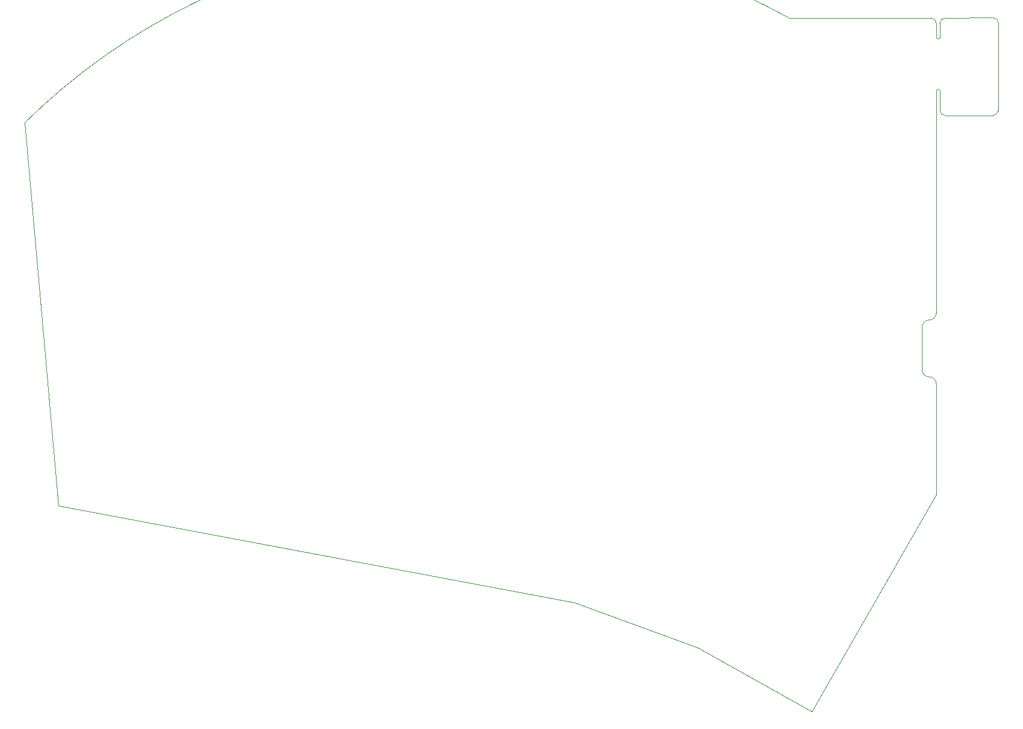
<source format=gm1>
G04 #@! TF.GenerationSoftware,KiCad,Pcbnew,(6.0.4)*
G04 #@! TF.CreationDate,2022-07-01T15:58:50-05:00*
G04 #@! TF.ProjectId,om,6f6d2e6b-6963-4616-945f-706362585858,v1.0.0*
G04 #@! TF.SameCoordinates,Original*
G04 #@! TF.FileFunction,Profile,NP*
%FSLAX46Y46*%
G04 Gerber Fmt 4.6, Leading zero omitted, Abs format (unit mm)*
G04 Created by KiCad (PCBNEW (6.0.4)) date 2022-07-01 15:58:50*
%MOMM*%
%LPD*%
G01*
G04 APERTURE LIST*
G04 #@! TA.AperFunction,Profile*
%ADD10C,0.050000*%
G04 #@! TD*
G04 APERTURE END LIST*
D10*
X138124262Y-125241953D02*
X142875614Y-179107694D01*
X275153374Y-123439489D02*
X275160000Y-111210000D01*
X266410000Y-177460000D02*
X266410000Y-161966968D01*
X266910000Y-120710000D02*
G75*
G03*
X266410000Y-120710000I-250000J-22413D01*
G01*
X265410000Y-152960000D02*
G75*
G03*
X264410000Y-153960000I2700J-1002700D01*
G01*
X267660000Y-110460000D02*
X274399177Y-110444693D01*
X266410008Y-111225306D02*
G75*
G03*
X265649177Y-110460000I-832908J-67194D01*
G01*
X266910000Y-123460001D02*
G75*
G03*
X267660000Y-124210000I815800J65801D01*
G01*
X265649177Y-110460000D02*
X245660000Y-110460000D01*
X266409999Y-113230907D02*
X266410000Y-111225307D01*
X215540000Y-192700000D02*
X232900000Y-199030000D01*
X266410000Y-120710000D02*
X266410000Y-151960000D01*
X264410000Y-159960000D02*
G75*
G03*
X265410000Y-160960000I993800J-6200D01*
G01*
X232900000Y-199030000D02*
X248870000Y-208020000D01*
X274388065Y-124200285D02*
G75*
G03*
X275153374Y-123439489I-67165J832885D01*
G01*
X267660000Y-124210000D02*
X274388067Y-124200312D01*
X245660001Y-110459998D02*
G75*
G03*
X138124262Y-125241953I-43843411J-79589412D01*
G01*
X266409999Y-113230907D02*
G75*
G03*
X266909999Y-113230907I250000J22413D01*
G01*
X142875614Y-179107694D02*
X215540000Y-192700000D01*
X266909999Y-113230907D02*
X266910001Y-111210000D01*
X264410000Y-153960000D02*
X264410000Y-159960000D01*
X248870000Y-208020000D02*
X266410000Y-177460000D01*
X267660000Y-110460001D02*
G75*
G03*
X266910001Y-111210000I65800J-815799D01*
G01*
X266910000Y-123460001D02*
X266910000Y-120710000D01*
X265410000Y-152960000D02*
G75*
G03*
X266410000Y-151960000I-3000J1003000D01*
G01*
X266409959Y-161966968D02*
G75*
G03*
X265410000Y-160960000I-997559J9368D01*
G01*
X275160014Y-111209999D02*
G75*
G03*
X274399177Y-110444693I-832914J-67201D01*
G01*
M02*

</source>
